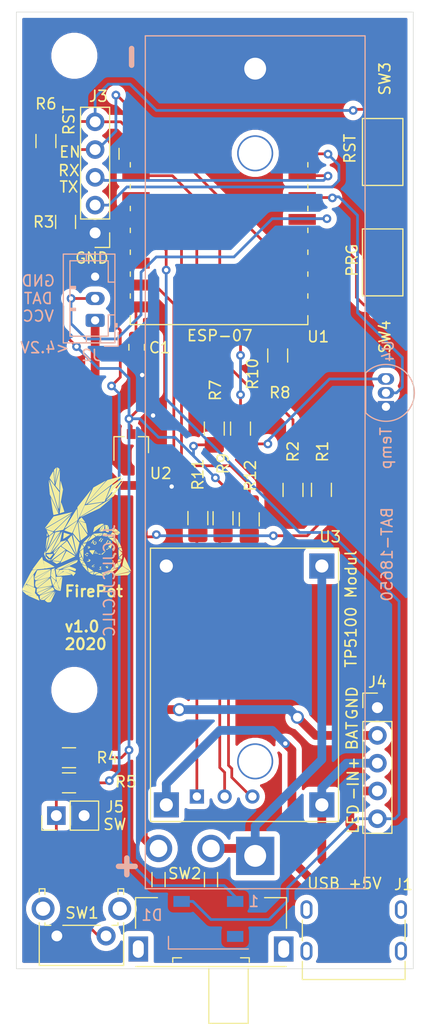
<source format=kicad_pcb>
(kicad_pcb (version 20171130) (host pcbnew "(5.1.4-0-10_14)")
  (layers (0 F.Cu signal) (31 B.Cu signal) (34 B.Paste user) (35 F.Paste user) (36 B.SilkS user) (37 F.SilkS user) (38 B.Mask user) (39 F.Mask user) (44 Edge.Cuts user))
  (net 0 "")
  (net 1 VBAT)
  (net 2 GNDREF)
  (net 3 +3V3)
  (net 4 "Net-(R1-Pad2)")
  (net 5 BTN)
  (net 6 CHRG)
  (net 7 STDBY)
  (net 8 PROG_RST)
  (net 9 PROG_EN)
  (net 10 PROG_RX)
  (net 11 PROG_TX)
  (net 12 "Net-(R7-Pad2)")
  (net 13 LED_DAT)
  (net 14 IN-)
  (net 15 IN+)
  (net 16 "Net-(J5-Pad1)")
  (net 17 "Net-(R8-Pad1)")
  (net 18 "Net-(R9-Pad2)")
  (net 19 "Net-(R10-Pad2)")
  (net 20 PIXEL)
  (net 21 "Net-(R11-Pad1)")
  (net 22 "Net-(R12-Pad1)")
  (net 23 /VBAT_IN)
  (net 24 TEMP)
  (module Docs:Logo_10x12.4 (layer F.Cu) (at 113.2 132.8)
    (fp_text reference G*** hide)
    (fp_text value LOGO hide)
  )
  (module Package_TO_SOT_SMD:SOT-23 (layer F.Cu) (at 118.2 124.6 90)
    (fp_text reference U2 (at -2.6 2.7 180) (layer F.SilkS))
    (fp_text value MCP1700 hide)
    (pad 3 smd rect (at 1 0 90) (size 0.9 0.8) (layers F.Cu F.Paste F.Mask) (net 3 +3V3))
    (pad 2 smd rect (at -1 0.95 90) (size 0.9 0.8) (layers F.Cu F.Paste F.Mask) (net 1 VBAT))
    (pad 1 smd rect (at -1 -0.95 90) (size 0.9 0.8) (layers F.Cu F.Paste F.Mask) (net 2 GNDREF))
  )
  (module Package_TO_SOT_THT:TO-92_Inline (layer B.Cu) (at 141.5 121.1 90)
    (fp_text reference U4 (at 5.1 0.2 270) (layer B.SilkS) (effects (justify mirror)))
    (fp_text value DS18B20 hide)
    (pad 1 thru_hole rect (at 0 0 90) (size 1.05 1.5) (drill 0.75) (layers *.Cu *.Mask) (net 2 GNDREF))
    (pad 3 thru_hole oval (at 2.54 0 90) (size 1.05 1.5) (drill 0.75) (layers *.Cu *.Mask) (net 3 +3V3))
    (pad 2 thru_hole oval (at 1.27 0 90) (size 1.05 1.5) (drill 0.75) (layers *.Cu *.Mask) (net 24 TEMP))
  )
  (module Battery:BatteryHolder_MPD_BH-18650-PC2 (layer B.Cu) (at 129.54 162.179 90)
    (fp_text reference BAT1 hide)
    (fp_text value 18650 hide)
    (pad "" thru_hole circle (at 64.255 0 90) (size 3.3 3.3) (drill 3) (layers *.Cu *.Mask))
    (pad "" thru_hole circle (at 8.645 0 90) (size 3.3 3.3) (drill 3) (layers *.Cu *.Mask))
    (pad 1 thru_hole rect (at 0 0 90) (size 3.5 3.5) (drill 2) (layers *.Cu *.Mask) (net 23 /VBAT_IN))
    (pad 2 thru_hole circle (at 72 0 90) (size 3.5 3.5) (drill 2) (layers *.Cu *.Mask) (net 2 GNDREF))
  )
  (module custom:SS-12D11G5R_2pin (layer F.Cu) (at 125.5 161.5 180)
    (fp_text reference SW2 (at 2.4 -2.3) (layer F.SilkS))
    (fp_text value SW_ONOFF hide)
    (pad "" thru_hole rect (at 6.65 -9.2 180) (size 1.8 2.3) (drill oval 1 1.6) (layers *.Cu *.Mask))
    (pad "" thru_hole rect (at -6.65 -9.2 180) (size 1.8 2.3) (drill oval 1 1.6) (layers *.Cu *.Mask))
    (pad 2 thru_hole circle (at 4.8 0 180) (size 2.5 2.5) (drill 1.6) (layers *.Cu *.Mask) (net 1 VBAT))
    (pad 1 thru_hole circle (at 0 0 180) (size 2.5 2.5) (drill 1.6) (layers *.Cu *.Mask) (net 23 /VBAT_IN))
  )
  (module Button_Switch_SMD:SW_SPST_CK_RS282G05A3 (layer F.Cu) (at 141.2 107.9 90)
    (fp_text reference SW4 (at -6.8 0.2 90) (layer F.SilkS))
    (fp_text value SW_PRG hide)
    (pad 2 smd rect (at 3.9 0 90) (size 1.5 1.5) (layers F.Cu F.Paste F.Mask) (net 2 GNDREF))
    (pad 1 smd rect (at -3.9 0 90) (size 1.5 1.5) (layers F.Cu F.Paste F.Mask) (net 9 PROG_EN))
  )
  (module Button_Switch_SMD:SW_SPST_CK_RS282G05A3 (layer F.Cu) (at 141.2 97.8 270)
    (fp_text reference SW3 (at -6.7 -0.2 90) (layer F.SilkS))
    (fp_text value SW_RST hide)
    (pad 2 smd rect (at 3.9 0 270) (size 1.5 1.5) (layers F.Cu F.Paste F.Mask) (net 2 GNDREF))
    (pad 1 smd rect (at -3.9 0 270) (size 1.5 1.5) (layers F.Cu F.Paste F.Mask) (net 8 PROG_RST))
  )
  (module Resistor_SMD:R_1206_3216Metric_Pad1.42x1.75mm_HandSolder (layer F.Cu) (at 112.5125 155.5)
    (fp_text reference R5 (at 5.1875 -0.1) (layer F.SilkS))
    (fp_text value 10k hide)
    (pad 2 smd roundrect (at 1.4875 0) (size 1.425 1.75) (layers F.Cu F.Paste F.Mask) (roundrect_rratio 0.175439) (net 5 BTN))
    (pad 1 smd roundrect (at -1.4875 0) (size 1.425 1.75) (layers F.Cu F.Paste F.Mask) (roundrect_rratio 0.175439) (net 16 "Net-(J5-Pad1)"))
  )
  (module Resistor_SMD:R_1206_3216Metric_Pad1.42x1.75mm_HandSolder (layer F.Cu) (at 112.5125 153.2)
    (fp_text reference R4 (at 3.4875 0) (layer F.SilkS))
    (fp_text value 10k hide)
    (pad 2 smd roundrect (at 1.4875 0) (size 1.425 1.75) (layers F.Cu F.Paste F.Mask) (roundrect_rratio 0.175439) (net 3 +3V3))
    (pad 1 smd roundrect (at -1.4875 0) (size 1.425 1.75) (layers F.Cu F.Paste F.Mask) (roundrect_rratio 0.175439) (net 16 "Net-(J5-Pad1)"))
  )
  (module Resistor_SMD:R_1206_3216Metric_Pad1.42x1.75mm_HandSolder (layer F.Cu) (at 129 131.4 90)
    (fp_text reference R12 (at 4 0.1 270) (layer F.SilkS))
    (fp_text value 10k hide)
    (pad 2 smd roundrect (at 1.4875 0 90) (size 1.425 1.75) (layers F.Cu F.Paste F.Mask) (roundrect_rratio 0.175439) (net 7 STDBY))
    (pad 1 smd roundrect (at -1.4875 0 90) (size 1.425 1.75) (layers F.Cu F.Paste F.Mask) (roundrect_rratio 0.175439) (net 22 "Net-(R12-Pad1)"))
  )
  (module Resistor_SMD:R_1206_3216Metric_Pad1.42x1.75mm_HandSolder (layer F.Cu) (at 124.3 131.2875 90)
    (fp_text reference R11 (at 3.9875 0 90) (layer F.SilkS))
    (fp_text value 10k hide)
    (pad 2 smd roundrect (at 1.4875 0 90) (size 1.425 1.75) (layers F.Cu F.Paste F.Mask) (roundrect_rratio 0.175439) (net 6 CHRG))
    (pad 1 smd roundrect (at -1.4875 0 90) (size 1.425 1.75) (layers F.Cu F.Paste F.Mask) (roundrect_rratio 0.175439) (net 21 "Net-(R11-Pad1)"))
  )
  (module ButtonFP:MountingHole_3.2mm_M3 (layer F.Cu) (at 113 89)
    (fp_text reference H2 hide)
    (fp_text value MountingHole hide)
    (pad 1 np_thru_hole circle (at 0 0) (size 3.2 3.2) (drill 3.2) (layers *.Cu *.Mask))
  )
  (module ButtonFP:MountingHole_3.2mm_M3 (layer F.Cu) (at 113 147)
    (fp_text reference H1 hide)
    (fp_text value MountingHole hide)
    (pad 1 np_thru_hole circle (at 0 0) (size 3.2 3.2) (drill 3.2) (layers *.Cu *.Mask))
  )
  (module Connector_JST:JST_PH_B3B-PH-K_1x03_P2.00mm_Vertical (layer B.Cu) (at 114.9 113.2 90)
    (fp_text reference J2 (at -3.2 -0.4 -180) (layer B.SilkS) (effects (justify mirror)))
    (fp_text value PIXEL hide)
    (pad 3 thru_hole oval (at 4 0 90) (size 1.2 1.75) (drill 0.75) (layers *.Cu *.Mask) (net 2 GNDREF))
    (pad 2 thru_hole oval (at 2 0 90) (size 1.2 1.75) (drill 0.75) (layers *.Cu *.Mask) (net 20 PIXEL))
    (pad 1 thru_hole roundrect (at 0 0 90) (size 1.2 1.75) (drill 0.75) (layers *.Cu *.Mask) (roundrect_rratio 0.208333) (net 1 VBAT))
  )
  (module Capacitor_SMD:C_0805_2012Metric (layer F.Cu) (at 118.7 115.6625 270)
    (fp_text reference C1 (at 0.0375 -2.1 180) (layer F.SilkS))
    (fp_text value C hide)
    (pad 2 smd roundrect (at 0.9375 0 270) (size 0.975 1.4) (layers F.Cu F.Paste F.Mask) (net 2 GNDREF))
    (pad 1 smd roundrect (at -0.9375 0 270) (size 0.975 1.4) (layers F.Cu F.Paste F.Mask) (net 3 +3V3))
  )
  (module Resistor_SMD:R_1206_3216Metric_Pad1.42x1.75mm_HandSolder (layer F.Cu) (at 128.2 123.1 90)
    (fp_text reference R10 (at 5 1.1 270) (layer F.SilkS))
    (fp_text value 10k hide)
    (pad 2 smd roundrect (at 1.4875 0 90) (size 1.425 1.75) (layers F.Cu F.Paste F.Mask) (roundrect_rratio 0.175439) (net 19 "Net-(R10-Pad2)"))
    (pad 1 smd roundrect (at -1.4875 0 90) (size 1.425 1.75) (layers F.Cu F.Paste F.Mask) (roundrect_rratio 0.175439) (net 3 +3V3))
  )
  (module Resistor_SMD:R_1206_3216Metric_Pad1.42x1.75mm_HandSolder (layer F.Cu) (at 126.6 131.3 270)
    (fp_text reference R9 (at -5 0 90) (layer F.SilkS))
    (fp_text value 10k hide)
    (pad 2 smd roundrect (at 1.4875 0 270) (size 1.425 1.75) (layers F.Cu F.Paste F.Mask) (roundrect_rratio 0.175439) (net 18 "Net-(R9-Pad2)"))
    (pad 1 smd roundrect (at -1.4875 0 270) (size 1.425 1.75) (layers F.Cu F.Paste F.Mask) (roundrect_rratio 0.175439) (net 3 +3V3))
  )
  (module Resistor_SMD:R_1206_3216Metric_Pad1.42x1.75mm_HandSolder (layer F.Cu) (at 131.6 116.4125 270)
    (fp_text reference R8 (at 3.4 -0.2 180) (layer F.SilkS))
    (fp_text value 10k hide)
    (pad 2 smd roundrect (at 1.4875 0 270) (size 1.425 1.75) (layers F.Cu F.Paste F.Mask) (roundrect_rratio 0.175439) (net 2 GNDREF))
    (pad 1 smd roundrect (at -1.4875 0 270) (size 1.425 1.75) (layers F.Cu F.Paste F.Mask) (roundrect_rratio 0.175439) (net 17 "Net-(R8-Pad1)"))
  )
  (module Connector_PinHeader_2.54mm:PinHeader_1x02_P2.54mm_Vertical (layer F.Cu) (at 111.352 158.498 90)
    (fp_text reference J5 (at 0.798 5.348 180) (layer F.SilkS))
    (fp_text value Ext2 hide)
    (pad 2 thru_hole oval (at 0 2.54 90) (size 1.7 1.7) (drill 1) (layers *.Cu *.Mask) (net 2 GNDREF))
    (pad 1 thru_hole rect (at 0 0 90) (size 1.7 1.7) (drill 1) (layers *.Cu *.Mask) (net 16 "Net-(J5-Pad1)"))
  )
  (module Connector_PinHeader_2.54mm:PinHeader_1x05_P2.54mm_Vertical (layer F.Cu) (at 140.716 148.622)
    (fp_text reference J4 (at 0 -2.33) (layer F.SilkS))
    (fp_text value Ext1 hide)
    (pad 5 thru_hole oval (at 0 10.16) (size 1.7 1.7) (drill 1) (layers *.Cu *.Mask) (net 13 LED_DAT))
    (pad 4 thru_hole oval (at 0 7.62) (size 1.7 1.7) (drill 1) (layers *.Cu *.Mask) (net 14 IN-))
    (pad 3 thru_hole oval (at 0 5.08) (size 1.7 1.7) (drill 1) (layers *.Cu *.Mask) (net 15 IN+))
    (pad 2 thru_hole oval (at 0 2.54) (size 1.7 1.7) (drill 1) (layers *.Cu *.Mask) (net 1 VBAT))
    (pad 1 thru_hole rect (at 0 0) (size 1.7 1.7) (drill 1) (layers *.Cu *.Mask) (net 2 GNDREF))
  )
  (module Charging-modules:TP5100 (layer F.Cu) (at 137.16 159.036 180)
    (fp_text reference U3 (at 0.76 26.036) (layer F.SilkS))
    (fp_text value TP5100)
    (pad 4 thru_hole rect (at 15.748 23.368 180) (size 2.3 2.3) (drill 1.2) (layers *.Cu *.Mask) (net 2 GNDREF))
    (pad 3 thru_hole rect (at 1.524 23.368 180) (size 2.3 2.3) (drill 1.2) (layers *.Cu *.Mask) (net 23 /VBAT_IN))
    (pad 2 thru_hole rect (at 15.748 1.524 180) (size 2.3 2.3) (drill 1.2) (layers *.Cu *.Mask) (net 14 IN-))
    (pad 7 thru_hole circle (at 10.414 2.286 270) (size 1.3 1.3) (drill 0.762) (layers *.Cu *.Mask) (net 18 "Net-(R9-Pad2)"))
    (pad 6 thru_hole rect (at 12.954 2.286 180) (size 1.3 1.3) (drill 0.762) (layers *.Cu *.Mask) (net 21 "Net-(R11-Pad1)"))
    (pad 5 thru_hole circle (at 7.874 2.286 180) (size 1.3 1.3) (drill 0.762) (layers *.Cu *.Mask) (net 22 "Net-(R12-Pad1)"))
    (pad 1 thru_hole rect (at 1.524 1.524 180) (size 2.3 2.3) (drill 1.2) (layers *.Cu *.Mask) (net 15 IN+))
  )
  (module RF_Module:ESP-07 (layer F.Cu) (at 126.238 102.87)
    (fp_text reference U1 (at 9.062 11.83) (layer F.SilkS))
    (fp_text value ESP-07 hide)
    (pad 1 smd rect (at -7.6 -4.9) (size 2.5 1) (layers F.Cu F.Paste F.Mask) (net 8 PROG_RST))
    (pad 2 smd rect (at -7.6 -2.9) (size 2.5 1) (layers F.Cu F.Paste F.Mask) (net 4 "Net-(R1-Pad2)"))
    (pad 3 smd rect (at -7.6 -0.9) (size 2.5 1) (layers F.Cu F.Paste F.Mask) (net 12 "Net-(R7-Pad2)"))
    (pad 4 smd rect (at -7.6 1.1) (size 2.5 1) (layers F.Cu F.Paste F.Mask) (net 7 STDBY))
    (pad 5 smd rect (at -7.6 3.1) (size 2.5 1) (layers F.Cu F.Paste F.Mask) (net 13 LED_DAT))
    (pad 6 smd rect (at -7.6 5.1) (size 2.5 1) (layers F.Cu F.Paste F.Mask) (net 5 BTN))
    (pad 7 smd rect (at -7.6 7.1) (size 2.5 1) (layers F.Cu F.Paste F.Mask) (net 6 CHRG))
    (pad 8 smd rect (at -7.6 9.1) (size 2.5 1) (layers F.Cu F.Paste F.Mask) (net 3 +3V3))
    (pad 9 smd rect (at 7.6 9.1) (size 2.5 1) (layers F.Cu F.Paste F.Mask) (net 2 GNDREF))
    (pad 10 smd rect (at 7.6 7.1) (size 2.5 1) (layers F.Cu F.Paste F.Mask) (net 17 "Net-(R8-Pad1)"))
    (pad 11 smd rect (at 7.6 5.1) (size 2.5 1) (layers F.Cu F.Paste F.Mask) (net 19 "Net-(R10-Pad2)"))
    (pad 12 smd rect (at 7.6 3.1) (size 2.5 1) (layers F.Cu F.Paste F.Mask) (net 9 PROG_EN))
    (pad 13 smd rect (at 7.6 1.1) (size 2.5 1) (layers F.Cu F.Paste F.Mask) (net 20 PIXEL))
    (pad 14 smd rect (at 7.6 -0.9) (size 2.5 1) (layers F.Cu F.Paste F.Mask) (net 24 TEMP))
    (pad 15 smd rect (at 7.6 -2.9) (size 2.5 1) (layers F.Cu F.Paste F.Mask) (net 10 PROG_RX))
    (pad 16 smd rect (at 7.6 -4.9) (size 2.5 1) (layers F.Cu F.Paste F.Mask) (net 11 PROG_TX))
  )
  (module Resistor_SMD:R_1206_3216Metric_Pad1.42x1.75mm_HandSolder (layer F.Cu) (at 125.8 123.1 90)
    (fp_text reference R7 (at 3.5 0.1 270) (layer F.SilkS))
    (fp_text value 10k hide)
    (pad 2 smd roundrect (at 1.4875 0 90) (size 1.425 1.75) (layers F.Cu F.Paste F.Mask) (roundrect_rratio 0.175439) (net 12 "Net-(R7-Pad2)"))
    (pad 1 smd roundrect (at -1.4875 0 90) (size 1.425 1.75) (layers F.Cu F.Paste F.Mask) (roundrect_rratio 0.175439) (net 3 +3V3))
  )
  (module Resistor_SMD:R_1206_3216Metric_Pad1.42x1.75mm_HandSolder (layer F.Cu) (at 110.4 96.8 90)
    (fp_text reference R6 (at 3.4 0 180) (layer F.SilkS))
    (fp_text value 10k hide)
    (pad 2 smd roundrect (at 1.4875 0 90) (size 1.425 1.75) (layers F.Cu F.Paste F.Mask) (roundrect_rratio 0.175439) (net 8 PROG_RST))
    (pad 1 smd roundrect (at -1.4875 0 90) (size 1.425 1.75) (layers F.Cu F.Paste F.Mask) (roundrect_rratio 0.175439) (net 3 +3V3))
  )
  (module Connector_PinHeader_2.54mm:PinHeader_1x05_P2.54mm_Vertical (layer F.Cu) (at 114.9 105.2 180)
    (fp_text reference J3 (at -0.3 12.5) (layer F.SilkS))
    (fp_text value Programming hide)
    (pad 5 thru_hole oval (at 0 10.16 180) (size 1.7 1.7) (drill 1) (layers *.Cu *.Mask) (net 8 PROG_RST))
    (pad 4 thru_hole oval (at 0 7.62 180) (size 1.7 1.7) (drill 1) (layers *.Cu *.Mask) (net 9 PROG_EN))
    (pad 3 thru_hole oval (at 0 5.08 180) (size 1.7 1.7) (drill 1) (layers *.Cu *.Mask) (net 10 PROG_RX))
    (pad 2 thru_hole oval (at 0 2.54 180) (size 1.7 1.7) (drill 1) (layers *.Cu *.Mask) (net 11 PROG_TX))
    (pad 1 thru_hole rect (at 0 0 180) (size 1.7 1.7) (drill 1) (layers *.Cu *.Mask) (net 2 GNDREF))
  )
  (module custom:USB_PD_6pin (layer F.Cu) (at 138.552 173.488)
    (fp_text reference J1 (at 4.548 -8.688) (layer F.SilkS))
    (fp_text value USB_PD_6pin hide)
    (pad S1 thru_hole oval (at 4.32 -6.4) (size 1.1 1.7) (drill oval 0.6 1.2) (layers *.Cu *.Mask))
    (pad S1 thru_hole oval (at 4.32 -2.6) (size 1.1 1.7) (drill oval 0.6 1.2) (layers *.Cu *.Mask))
    (pad S1 thru_hole oval (at -4.32 -2.6) (size 1.1 1.7) (drill oval 0.6 1.2) (layers *.Cu *.Mask))
    (pad S1 thru_hole oval (at -4.32 -6.4) (size 1.1 1.7) (drill oval 0.6 1.2) (layers *.Cu *.Mask))
    (pad 1 smd rect (at -2.75 -6.65) (size 0.8 1.2) (layers F.Cu F.Paste F.Mask) (net 14 IN-))
    (pad 1 smd rect (at 2.75 -6.65) (size 0.8 1.2) (layers F.Cu F.Paste F.Mask) (net 14 IN-))
    (pad 2 smd rect (at -1.52 -6.65) (size 0.76 1.2) (layers F.Cu F.Paste F.Mask) (net 15 IN+))
    (pad 2 smd rect (at 1.52 -6.65) (size 0.8 1.2) (layers F.Cu F.Paste F.Mask) (net 15 IN+))
    (pad 3 smd rect (at -0.5 -6.65) (size 0.7 1.2) (layers F.Cu F.Paste F.Mask))
    (pad 4 smd rect (at 0.5 -6.65) (size 0.7 1.2) (layers F.Cu F.Paste F.Mask))
  )
  (module Button_Switch_THT:SW_Tactile_SPST_Angled_PTS645Vx58-2LFS (layer F.Cu) (at 115.9 169.5 180)
    (fp_text reference SW1 (at 2.2 2.1) (layer F.SilkS))
    (fp_text value SW_Push hide)
    (pad "" thru_hole circle (at 5.76 2.49 180) (size 2.1 2.1) (drill 1.3) (layers *.Cu *.Mask))
    (pad 2 thru_hole circle (at 4.5 0 180) (size 1.75 1.75) (drill 0.99) (layers *.Cu *.Mask) (net 2 GNDREF))
    (pad 1 thru_hole circle (at 0 0 180) (size 1.75 1.75) (drill 0.99) (layers *.Cu *.Mask) (net 16 "Net-(J5-Pad1)"))
    (pad "" thru_hole circle (at -1.25 2.49 180) (size 2.1 2.1) (drill 1.3) (layers *.Cu *.Mask))
  )
  (module Resistor_SMD:R_1206_3216Metric_Pad1.42x1.75mm_HandSolder (layer F.Cu) (at 112.2 104.2 90)
    (fp_text reference R3 (at 0 -2 180) (layer F.SilkS))
    (fp_text value 10k hide)
    (pad 1 smd roundrect (at -1.4875 0 90) (size 1.425 1.75) (layers F.Cu F.Paste F.Mask) (roundrect_rratio 0.175) (net 3 +3V3))
    (pad 2 smd roundrect (at 1.4875 0 90) (size 1.425 1.75) (layers F.Cu F.Paste F.Mask) (roundrect_rratio 0.175439) (net 9 PROG_EN))
  )
  (module Resistor_SMD:R_1206_3216Metric_Pad1.42x1.75mm_HandSolder (layer F.Cu) (at 135.6 128.7 90)
    (fp_text reference R1 (at 3.5 0.1 270) (layer F.SilkS))
    (fp_text value 220k hide)
    (pad 1 smd roundrect (at -1.4875 0 90) (size 1.425 1.75) (layers F.Cu F.Paste F.Mask) (roundrect_rratio 0.175439) (net 1 VBAT))
    (pad 2 smd roundrect (at 1.4875 0 90) (size 1.425 1.75) (layers F.Cu F.Paste F.Mask) (roundrect_rratio 0.175439) (net 4 "Net-(R1-Pad2)"))
  )
  (module Resistor_SMD:R_1206_3216Metric_Pad1.42x1.75mm_HandSolder (layer F.Cu) (at 133 128.709999 270)
    (fp_text reference R2 (at -3.509999 0 270) (layer F.SilkS))
    (fp_text value 60.4k hide)
    (pad 2 smd roundrect (at 1.4875 0 270) (size 1.425 1.75) (layers F.Cu F.Paste F.Mask) (roundrect_rratio 0.175439) (net 2 GNDREF))
    (pad 1 smd roundrect (at -1.4875 0 270) (size 1.425 1.75) (layers F.Cu F.Paste F.Mask) (roundrect_rratio 0.175439) (net 4 "Net-(R1-Pad2)"))
  )
  (module LED_SMD:LED_WS2812B_PLCC4_5.0x5.0mm_P3.2mm (layer B.Cu) (at 125.259 167.945 180)
    (fp_text reference D1 (at 5.159 0.345 180) (layer B.SilkS) (effects (justify mirror)))
    (fp_text value WS2812B)
    (fp_text user 1 (at -4.15 1.6) (layer B.SilkS) (effects (justify mirror)))
    (pad 3 smd rect (at 2.45 -1.6 180) (size 1.5 1) (layers B.Cu B.Paste B.Mask) (net 2 GNDREF))
    (pad 4 smd rect (at 2.45 1.6 180) (size 1.5 1) (layers B.Cu B.Paste B.Mask) (net 13 LED_DAT))
    (pad 2 smd rect (at -2.45 -1.6 180) (size 1.5 1) (layers B.Cu B.Paste B.Mask))
    (pad 1 smd rect (at -2.45 1.6 180) (size 1.5 1) (layers B.Cu B.Paste B.Mask) (net 3 +3V3))
  )
  (gr_text ESP-07 (at 126.3 114.6) (layer F.SilkS) (effects (font (size 1 1))))
  (gr_text "TP5100 Modul\n" (at 138.3 139.6 90) (layer F.SilkS) (effects (font (size 1 1))))
  (gr_text <4.2V (at 110.3 115.7) (layer B.SilkS) (effects (font (size 1 1)) (justify mirror)))
  (gr_text - (at 118.1 89.1 90) (layer B.SilkS) (effects (font (size 2 2) (thickness 0.5)) (justify mirror)))
  (gr_text + (at 117.8 163) (layer B.SilkS) (effects (font (size 2 2) (thickness 0.5)) (justify mirror)))
  (gr_text BAT-18650 (at 141.6 134.6 90) (layer B.SilkS) (effects (font (size 1 1)) (justify mirror)))
  (gr_text "GND\nDAT\nVCC" (at 109.7 111.2) (layer B.SilkS) (effects (font (size 1 1)) (justify mirror)))
  (gr_text "FirePot\n\nv1.0\n2020" (at 112 140.4) (layer F.SilkS) (effects (font (size 1 1) (thickness 0.2)) (justify left)))
  (gr_text JLCJLCJLCJLC (at 116.2 137 90) (layer B.SilkS) (effects (font (size 1 1)) (justify mirror)))
  (gr_text Temp (at 141.5 124.9 90) (layer B.SilkS) (effects (font (size 1 1)) (justify mirror)))
  (gr_text GND (at 138.4 148.2 90) (layer F.SilkS) (effects (font (size 1 1))))
  (gr_text BAT (at 138.4 151.2 90) (layer F.SilkS) (effects (font (size 1 1))))
  (gr_text LED (at 138.5 158.8 90) (layer F.SilkS) (effects (font (size 1 1))))
  (gr_text -IN+ (at 138.5 155.1 90) (layer F.SilkS) (effects (font (size 1 1))))
  (gr_text SW (at 116.7 159.3) (layer F.SilkS) (effects (font (size 1 1))))
  (gr_text GND (at 114.6 107.5) (layer F.SilkS) (effects (font (size 1 1))))
  (gr_text RST (at 112.5 94.9 90) (layer F.SilkS) (effects (font (size 1 1))))
  (gr_text EN (at 112.6 97.8) (layer F.SilkS) (effects (font (size 1 1))))
  (gr_text TX (at 112.5 101) (layer F.SilkS) (effects (font (size 1 1))))
  (gr_text RX (at 112.5 99.5) (layer F.SilkS) (effects (font (size 1 1))))
  (gr_text RST (at 138.2 97.5 90) (layer F.SilkS) (effects (font (size 1 1))))
  (gr_text PRG (at 138.4 107.7 90) (layer F.SilkS) (effects (font (size 1 1))))
  (gr_text "USB +5V\n" (at 137.7 164.7) (layer F.SilkS) (effects (font (size 1 1))))
  (gr_line (start 107.7 172.5) (end 107.7 85) (layer Edge.Cuts) (width 0.05))
  (gr_line (start 144 85) (end 107.7 85) (layer Edge.Cuts) (width 0.05))
  (gr_line (start 144 172.5) (end 144 85) (layer Edge.Cuts) (width 0.05))
  (gr_line (start 107.7 172.5) (end 144 172.5) (layer Edge.Cuts) (width 0.05))
  (segment (start 135.6 130.1875) (end 135.6 131.6) (width 0.25) (layer F.Cu) (net 1))
  (via (at 131.2 132.9) (size 0.8) (drill 0.4) (layers F.Cu B.Cu) (net 1))
  (segment (start 134.3 132.9) (end 131.2 132.9) (width 0.25) (layer F.Cu) (net 1))
  (segment (start 135.6 131.6) (end 134.3 132.9) (width 0.25) (layer F.Cu) (net 1))
  (via (at 120.5 132.8) (size 0.8) (drill 0.4) (layers F.Cu B.Cu) (net 1))
  (segment (start 120.6 132.9) (end 120.5 132.8) (width 0.25) (layer B.Cu) (net 1))
  (segment (start 131.2 132.9) (end 120.6 132.9) (width 0.25) (layer B.Cu) (net 1))
  (segment (start 120.3 133) (end 119.3 133) (width 0.25) (layer F.Cu) (net 1))
  (segment (start 120.5 132.8) (end 120.3 133) (width 0.25) (layer F.Cu) (net 1))
  (segment (start 119.3 148.2) (end 119.3 148.3) (width 0.8) (layer F.Cu) (net 1))
  (segment (start 119.3 148.2) (end 119.3 133) (width 0.8) (layer F.Cu) (net 1))
  (segment (start 119.3 149.7) (end 119.3 149.3) (width 0.8) (layer F.Cu) (net 1))
  (segment (start 119.3 149.7) (end 119.3 148.2) (width 0.8) (layer F.Cu) (net 1))
  (via (at 122.6 148.8) (size 1.2) (drill 0.8) (layers F.Cu B.Cu) (net 1))
  (segment (start 119.8 148.8) (end 122.6 148.8) (width 0.8) (layer F.Cu) (net 1))
  (segment (start 119.3 149.3) (end 119.8 148.8) (width 0.8) (layer F.Cu) (net 1))
  (via (at 133.4 149.5) (size 1.2) (drill 0.8) (layers F.Cu B.Cu) (net 1))
  (segment (start 135.062 151.162) (end 140.716 151.162) (width 0.8) (layer F.Cu) (net 1))
  (segment (start 133.4 149.5) (end 135.062 151.162) (width 0.8) (layer F.Cu) (net 1))
  (segment (start 119.3 160.5) (end 120.3 161.5) (width 0.8) (layer F.Cu) (net 1))
  (segment (start 119.3 149.7) (end 119.3 160.5) (width 0.8) (layer F.Cu) (net 1))
  (segment (start 132.7 148.8) (end 133.4 149.5) (width 0.8) (layer B.Cu) (net 1))
  (segment (start 122.6 148.8) (end 132.7 148.8) (width 0.8) (layer B.Cu) (net 1))
  (segment (start 117.1 128.3) (end 114.9 126.1) (width 0.8) (layer F.Cu) (net 1))
  (segment (start 118.9 128.3) (end 117.1 128.3) (width 0.8) (layer F.Cu) (net 1))
  (segment (start 119.3 128.7) (end 118.9 128.3) (width 0.8) (layer F.Cu) (net 1))
  (segment (start 114.9 126.1) (end 114.9 113.2) (width 0.8) (layer F.Cu) (net 1))
  (segment (start 119.3 133) (end 119.3 128.7) (width 0.8) (layer F.Cu) (net 1))
  (segment (start 119.15 128.05) (end 118.9 128.3) (width 0.25) (layer F.Cu) (net 1))
  (segment (start 119.15 125.6) (end 119.15 128.05) (width 0.25) (layer F.Cu) (net 1))
  (via (at 119.2 118.2) (size 0.8) (drill 0.4) (layers F.Cu B.Cu) (net 2))
  (via (at 120.2 121.9) (size 0.8) (drill 0.4) (layers F.Cu B.Cu) (net 2))
  (via (at 121.9 128.4) (size 0.8) (drill 0.4) (layers F.Cu B.Cu) (net 2))
  (segment (start 118.638 114.3005) (end 118.7 114.3625) (width 0.25) (layer F.Cu) (net 3))
  (segment (start 118.638 111.97) (end 118.638 114.3005) (width 0.25) (layer F.Cu) (net 3))
  (via (at 118 152.5) (size 0.8) (drill 0.4) (layers F.Cu B.Cu) (net 3))
  (segment (start 117.3 153.2) (end 118 152.5) (width 0.25) (layer F.Cu) (net 3))
  (segment (start 114 153.2) (end 117.3 153.2) (width 0.25) (layer F.Cu) (net 3))
  (via (at 118 122.2) (size 0.8) (drill 0.4) (layers F.Cu B.Cu) (net 3))
  (segment (start 118 152.5) (end 118 120.2) (width 0.25) (layer B.Cu) (net 3))
  (segment (start 120.5 119.7) (end 118 122.2) (width 0.25) (layer F.Cu) (net 3))
  (segment (start 120.5 114.7) (end 120.5 119.7) (width 0.25) (layer F.Cu) (net 3))
  (segment (start 120.1625 114.3625) (end 120.5 114.7) (width 0.25) (layer F.Cu) (net 3))
  (segment (start 118.7 114.3625) (end 120.1625 114.3625) (width 0.25) (layer F.Cu) (net 3))
  (segment (start 126.6 128.3) (end 125.9 127.6) (width 0.25) (layer F.Cu) (net 3))
  (via (at 125.9 127.6) (size 0.8) (drill 0.4) (layers F.Cu B.Cu) (net 3))
  (segment (start 126.6 129.8125) (end 126.6 128.3) (width 0.25) (layer F.Cu) (net 3))
  (via (at 113.2 115.6) (size 0.8) (drill 0.4) (layers F.Cu B.Cu) (net 3))
  (segment (start 111.5 113.9) (end 113.2 115.6) (width 0.25) (layer F.Cu) (net 3))
  (segment (start 111.5 108) (end 111.5 113.9) (width 0.25) (layer F.Cu) (net 3))
  (segment (start 113.2 115.6) (end 115.2 117.6) (width 0.25) (layer B.Cu) (net 3))
  (segment (start 115.2 117.6) (end 117.1 117.6) (width 0.25) (layer B.Cu) (net 3))
  (segment (start 118 118.5) (end 118 122.2) (width 0.25) (layer B.Cu) (net 3))
  (segment (start 117.1 117.6) (end 118 118.5) (width 0.25) (layer B.Cu) (net 3))
  (segment (start 110.4 98.2875) (end 110.4 103.1) (width 0.25) (layer F.Cu) (net 3))
  (segment (start 110.4 106.9) (end 111.5 108) (width 0.25) (layer F.Cu) (net 3))
  (segment (start 112.3 105.5875) (end 110.5875 105.5875) (width 0.25) (layer F.Cu) (net 3))
  (segment (start 110.4 105.4) (end 110.4 106.9) (width 0.25) (layer F.Cu) (net 3))
  (segment (start 110.5875 105.5875) (end 110.4 105.4) (width 0.25) (layer F.Cu) (net 3))
  (segment (start 110.4 103.1) (end 110.4 105.4) (width 0.25) (layer F.Cu) (net 3))
  (segment (start 125.8 124.5875) (end 128.2 124.5875) (width 0.25) (layer F.Cu) (net 3))
  (segment (start 122.2 123.9) (end 123.7 125.4) (width 0.25) (layer B.Cu) (net 3))
  (segment (start 118 122.2) (end 119 122.2) (width 0.25) (layer B.Cu) (net 3))
  (segment (start 120.7 123.9) (end 122.2 123.9) (width 0.25) (layer B.Cu) (net 3))
  (segment (start 123.7 125.4) (end 123.6 125.3) (width 0.25) (layer B.Cu) (net 3))
  (segment (start 119 122.2) (end 120.7 123.9) (width 0.25) (layer B.Cu) (net 3))
  (via (at 123.9 124.7) (size 0.8) (drill 0.4) (layers F.Cu B.Cu) (net 3))
  (segment (start 124.0125 124.5875) (end 123.9 124.7) (width 0.25) (layer F.Cu) (net 3))
  (segment (start 125.8 124.5875) (end 124.0125 124.5875) (width 0.25) (layer F.Cu) (net 3))
  (segment (start 123.9 124.7) (end 123.9 125.6) (width 0.25) (layer B.Cu) (net 3))
  (segment (start 124 125.7) (end 123.7 125.4) (width 0.25) (layer B.Cu) (net 3))
  (segment (start 123.9 125.6) (end 124 125.7) (width 0.25) (layer B.Cu) (net 3))
  (segment (start 125.9 127.6) (end 124 125.7) (width 0.25) (layer B.Cu) (net 3))
  (segment (start 126.7 164.9) (end 127.709 165.909) (width 0.25) (layer B.Cu) (net 3))
  (segment (start 120.2 164.9) (end 126.7 164.9) (width 0.25) (layer B.Cu) (net 3))
  (segment (start 118 162.7) (end 120.2 164.9) (width 0.25) (layer B.Cu) (net 3))
  (segment (start 127.709 165.909) (end 127.709 166.345) (width 0.25) (layer B.Cu) (net 3))
  (segment (start 118 152.5) (end 118 162.7) (width 0.25) (layer B.Cu) (net 3))
  (via (at 130.7 124.5) (size 0.8) (drill 0.4) (layers F.Cu B.Cu) (net 3))
  (segment (start 128.2875 124.5) (end 128.2 124.5875) (width 0.25) (layer F.Cu) (net 3))
  (segment (start 130.7 124.5) (end 128.2875 124.5) (width 0.25) (layer F.Cu) (net 3))
  (segment (start 136.34 118.56) (end 141.5 118.56) (width 0.25) (layer B.Cu) (net 3))
  (segment (start 130.7 124.2) (end 136.34 118.56) (width 0.25) (layer B.Cu) (net 3))
  (segment (start 130.7 124.5) (end 130.7 124.2) (width 0.25) (layer B.Cu) (net 3))
  (segment (start 118 123.4) (end 118.2 123.6) (width 0.25) (layer F.Cu) (net 3))
  (segment (start 118 122.2) (end 118 122.7) (width 0.25) (layer F.Cu) (net 3))
  (segment (start 118.2 122.9) (end 118.2 123.6) (width 0.25) (layer F.Cu) (net 3))
  (segment (start 118 122.7) (end 118.2 122.9) (width 0.25) (layer F.Cu) (net 3))
  (segment (start 118.638 99.97) (end 121.97 99.97) (width 0.25) (layer F.Cu) (net 4))
  (segment (start 121.97 99.97) (end 126.3 104.3) (width 0.25) (layer F.Cu) (net 4))
  (segment (start 126.3 104.3) (end 126.3 116.6) (width 0.25) (layer F.Cu) (net 4))
  (segment (start 126.3 116.6) (end 129.3 119.6) (width 0.25) (layer F.Cu) (net 4))
  (segment (start 129.3 119.6) (end 130.3 119.6) (width 0.25) (layer F.Cu) (net 4))
  (segment (start 130.3 119.6) (end 133 122.3) (width 0.25) (layer F.Cu) (net 4))
  (segment (start 133.009999 127.2125) (end 133 127.222499) (width 0.25) (layer F.Cu) (net 4))
  (segment (start 135.6 127.2125) (end 133.009999 127.2125) (width 0.25) (layer F.Cu) (net 4))
  (segment (start 133 122.3) (end 133 127.222499) (width 0.25) (layer F.Cu) (net 4))
  (segment (start 118.638 107.97) (end 119.87 107.97) (width 0.25) (layer F.Cu) (net 5))
  (segment (start 118.638 107.97) (end 116.83 107.97) (width 0.25) (layer F.Cu) (net 5))
  (segment (start 116.83 107.97) (end 116.5 108.3) (width 0.25) (layer F.Cu) (net 5))
  (segment (start 116.5 108.3) (end 116.5 113.4) (width 0.25) (layer F.Cu) (net 5))
  (segment (start 116.5 113.4) (end 117.2 114.1) (width 0.25) (layer F.Cu) (net 5))
  (segment (start 117.2 114.1) (end 117.2 117.5) (width 0.25) (layer F.Cu) (net 5))
  (via (at 116.4 119.2) (size 0.8) (drill 0.4) (layers F.Cu B.Cu) (net 5))
  (segment (start 117.2 118.4) (end 116.4 119.2) (width 0.25) (layer F.Cu) (net 5))
  (segment (start 117.2 117.5) (end 117.2 118.4) (width 0.25) (layer F.Cu) (net 5))
  (segment (start 116.4 119.2) (end 117.1 119.9) (width 0.25) (layer B.Cu) (net 5))
  (via (at 116.2 155.3) (size 0.8) (drill 0.4) (layers F.Cu B.Cu) (net 5))
  (segment (start 117.1 154.4) (end 116.2 155.3) (width 0.25) (layer B.Cu) (net 5))
  (segment (start 116 155.5) (end 114 155.5) (width 0.25) (layer F.Cu) (net 5))
  (segment (start 116.2 155.3) (end 116 155.5) (width 0.25) (layer F.Cu) (net 5))
  (segment (start 117.1 119.9) (end 117.1 154.4) (width 0.25) (layer B.Cu) (net 5))
  (segment (start 118.638 109.97) (end 120.37 109.97) (width 0.25) (layer F.Cu) (net 6))
  (segment (start 120.37 109.97) (end 122.1 111.7) (width 0.25) (layer F.Cu) (net 6))
  (segment (start 124.3 128.3) (end 124.3 129.8) (width 0.25) (layer F.Cu) (net 6))
  (segment (start 122.1 126.1) (end 124.3 128.3) (width 0.25) (layer F.Cu) (net 6))
  (segment (start 122.1 111.7) (end 122.1 126.1) (width 0.25) (layer F.Cu) (net 6))
  (segment (start 121.27 103.97) (end 118.638 103.97) (width 0.25) (layer F.Cu) (net 7))
  (segment (start 127.3 126.5) (end 123.3 126.5) (width 0.25) (layer F.Cu) (net 7))
  (segment (start 122.8 105.5) (end 121.27 103.97) (width 0.25) (layer F.Cu) (net 7))
  (segment (start 123.3 126.5) (end 122.8 126) (width 0.25) (layer F.Cu) (net 7))
  (segment (start 129 128.2) (end 127.3 126.5) (width 0.25) (layer F.Cu) (net 7))
  (segment (start 122.8 126) (end 122.8 105.5) (width 0.25) (layer F.Cu) (net 7))
  (segment (start 129 129.9125) (end 129 128.2) (width 0.25) (layer F.Cu) (net 7))
  (segment (start 118.638 97.97) (end 118.638 96.438) (width 0.25) (layer F.Cu) (net 8))
  (segment (start 117.24 95.04) (end 114.9 95.04) (width 0.25) (layer F.Cu) (net 8))
  (segment (start 114.8725 95.0125) (end 114.9 95.04) (width 0.25) (layer F.Cu) (net 8))
  (segment (start 111 95.0125) (end 114.8725 95.0125) (width 0.25) (layer F.Cu) (net 8))
  (via (at 138.5 94) (size 0.8) (drill 0.4) (layers F.Cu B.Cu) (net 8))
  (segment (start 138.6 93.9) (end 138.5 94) (width 0.25) (layer F.Cu) (net 8))
  (segment (start 141.2 93.9) (end 138.6 93.9) (width 0.25) (layer F.Cu) (net 8))
  (segment (start 138.5 94) (end 138.3 94.2) (width 0.25) (layer B.Cu) (net 8))
  (segment (start 118.638 96.438) (end 117.24 95.04) (width 0.25) (layer F.Cu) (net 8))
  (segment (start 138.5 94) (end 120.5 94) (width 0.25) (layer B.Cu) (net 8))
  (segment (start 120.5 94) (end 118.1 91.6) (width 0.25) (layer B.Cu) (net 8))
  (segment (start 118.1 91.6) (end 116.1 91.6) (width 0.25) (layer B.Cu) (net 8))
  (segment (start 116.1 91.6) (end 114.9 92.8) (width 0.25) (layer B.Cu) (net 8))
  (segment (start 114.9 92.8) (end 114.9 95.04) (width 0.25) (layer B.Cu) (net 8))
  (segment (start 114.9 97.58) (end 115.12 97.58) (width 0.25) (layer B.Cu) (net 9))
  (segment (start 115.12 97.58) (end 116.8 95.9) (width 0.25) (layer B.Cu) (net 9))
  (segment (start 112.3 102.6125) (end 112.3 100.5) (width 0.25) (layer F.Cu) (net 9))
  (segment (start 113.42 97.58) (end 114.9 97.58) (width 0.25) (layer F.Cu) (net 9))
  (segment (start 112.3 98.7) (end 113.42 97.58) (width 0.25) (layer F.Cu) (net 9))
  (segment (start 133.838 105.97) (end 130.27 105.97) (width 0.25) (layer F.Cu) (net 9))
  (segment (start 116.9 92.6) (end 116.8 92.6) (width 0.25) (layer F.Cu) (net 9))
  (via (at 116.8 92.6) (size 0.8) (drill 0.4) (layers F.Cu B.Cu) (net 9))
  (segment (start 116.8 92.6) (end 116.8 92.3) (width 0.25) (layer B.Cu) (net 9))
  (segment (start 130.27 105.97) (end 116.9 92.6) (width 0.25) (layer F.Cu) (net 9))
  (segment (start 116.8 95.9) (end 116.8 92.6) (width 0.25) (layer B.Cu) (net 9))
  (segment (start 133.838 105.97) (end 137.07 105.97) (width 0.25) (layer F.Cu) (net 9))
  (segment (start 137.07 105.97) (end 138.8 107.7) (width 0.25) (layer F.Cu) (net 9))
  (segment (start 138.8 107.7) (end 138.8 111.1) (width 0.25) (layer F.Cu) (net 9))
  (segment (start 139.5 111.8) (end 141.2 111.8) (width 0.25) (layer F.Cu) (net 9))
  (segment (start 138.8 111.1) (end 139.5 111.8) (width 0.25) (layer F.Cu) (net 9))
  (segment (start 112.3 98.7) (end 112.3 100.5) (width 0.25) (layer F.Cu) (net 9))
  (segment (start 114.9 100.12) (end 115.48 100.12) (width 0.25) (layer B.Cu) (net 10))
  (segment (start 115.48 100.12) (end 115.76 100.4) (width 0.25) (layer B.Cu) (net 10))
  (via (at 136.2 100) (size 0.8) (drill 0.4) (layers F.Cu B.Cu) (net 10))
  (segment (start 135.8 100.4) (end 136.2 100) (width 0.25) (layer B.Cu) (net 10))
  (segment (start 115.76 100.4) (end 135.8 100.4) (width 0.25) (layer B.Cu) (net 10))
  (segment (start 136.17 99.97) (end 133.838 99.97) (width 0.25) (layer F.Cu) (net 10))
  (segment (start 136.2 100) (end 136.17 99.97) (width 0.25) (layer F.Cu) (net 10))
  (segment (start 114.9 102.66) (end 116.14 102.66) (width 0.25) (layer B.Cu) (net 11))
  (segment (start 116.14 102.66) (end 117.8 101) (width 0.25) (layer B.Cu) (net 11))
  (segment (start 117.8 101) (end 136.6 101) (width 0.25) (layer B.Cu) (net 11))
  (segment (start 136.6 101) (end 137.2 100.4) (width 0.25) (layer B.Cu) (net 11))
  (via (at 136.2 98) (size 0.8) (drill 0.4) (layers F.Cu B.Cu) (net 11))
  (segment (start 137.2 99) (end 136.2 98) (width 0.25) (layer B.Cu) (net 11))
  (segment (start 137.2 100.4) (end 137.2 99) (width 0.25) (layer B.Cu) (net 11))
  (segment (start 136.17 97.97) (end 133.838 97.97) (width 0.25) (layer F.Cu) (net 11))
  (segment (start 136.2 98) (end 136.17 97.97) (width 0.25) (layer F.Cu) (net 11))
  (segment (start 118.638 101.97) (end 120.87 101.97) (width 0.25) (layer F.Cu) (net 12))
  (segment (start 120.87 101.97) (end 124.2 105.3) (width 0.25) (layer F.Cu) (net 12))
  (segment (start 124.2 120.0125) (end 125.8 121.6125) (width 0.25) (layer F.Cu) (net 12))
  (segment (start 124.2 105.3) (end 124.2 120.0125) (width 0.25) (layer F.Cu) (net 12))
  (segment (start 118.638 105.97) (end 120.57 105.97) (width 0.25) (layer F.Cu) (net 13))
  (via (at 121.4 108.6) (size 0.8) (drill 0.4) (layers F.Cu B.Cu) (net 13))
  (segment (start 121.4 106.8) (end 121.4 108.6) (width 0.25) (layer F.Cu) (net 13))
  (segment (start 120.57 105.97) (end 121.4 106.8) (width 0.25) (layer F.Cu) (net 13))
  (segment (start 132.5 165.1) (end 138.818 158.782) (width 0.25) (layer B.Cu) (net 13))
  (segment (start 132.5 166.3) (end 132.5 165.1) (width 0.25) (layer B.Cu) (net 13))
  (segment (start 130.8 168) (end 132.5 166.3) (width 0.25) (layer B.Cu) (net 13))
  (segment (start 125.5 168) (end 130.8 168) (width 0.25) (layer B.Cu) (net 13))
  (segment (start 123.845 166.345) (end 125.5 168) (width 0.25) (layer B.Cu) (net 13))
  (segment (start 138.818 158.782) (end 140.716 158.782) (width 0.25) (layer B.Cu) (net 13))
  (segment (start 122.809 166.345) (end 123.845 166.345) (width 0.25) (layer B.Cu) (net 13))
  (segment (start 121.4 120.4) (end 121.4 108.6) (width 0.25) (layer B.Cu) (net 13))
  (segment (start 133.6 132.6) (end 121.4 120.4) (width 0.25) (layer B.Cu) (net 13))
  (segment (start 142.7 138.9) (end 136.4 132.6) (width 0.25) (layer B.Cu) (net 13))
  (segment (start 136.4 132.6) (end 133.6 132.6) (width 0.25) (layer B.Cu) (net 13))
  (segment (start 142.7 158.4) (end 142.7 138.9) (width 0.25) (layer B.Cu) (net 13))
  (segment (start 142.318 158.782) (end 142.7 158.4) (width 0.25) (layer B.Cu) (net 13))
  (segment (start 140.716 158.782) (end 142.318 158.782) (width 0.25) (layer B.Cu) (net 13))
  (segment (start 141.302 168.298) (end 141.302 166.838) (width 0.8) (layer F.Cu) (net 14))
  (segment (start 140.7 170) (end 141.302 169.398) (width 0.8) (layer F.Cu) (net 14))
  (segment (start 136.9 170) (end 140.7 170) (width 0.8) (layer F.Cu) (net 14))
  (segment (start 135.802 168.902) (end 136.9 170) (width 0.8) (layer F.Cu) (net 14))
  (segment (start 141.302 169.398) (end 141.302 168.298) (width 0.8) (layer F.Cu) (net 14))
  (segment (start 135.802 166.838) (end 135.802 168.902) (width 0.8) (layer F.Cu) (net 14))
  (via (at 132.3 151.9) (size 0.8) (drill 0.4) (layers F.Cu B.Cu) (net 14))
  (segment (start 121.412 155.612) (end 121.412 157.512) (width 0.8) (layer B.Cu) (net 14))
  (segment (start 131.1 150.7) (end 126.3 150.7) (width 0.8) (layer B.Cu) (net 14))
  (segment (start 121.4 155.6) (end 121.412 155.612) (width 0.8) (layer B.Cu) (net 14))
  (segment (start 126.3 150.7) (end 121.4 155.6) (width 0.8) (layer B.Cu) (net 14))
  (segment (start 132.3 151.9) (end 131.1 150.7) (width 0.8) (layer B.Cu) (net 14))
  (segment (start 138.2 159.3) (end 141.302 162.402) (width 0.8) (layer F.Cu) (net 14))
  (segment (start 138.2 157.1) (end 138.2 159.3) (width 0.8) (layer F.Cu) (net 14))
  (segment (start 141.302 162.402) (end 141.302 166.838) (width 0.8) (layer F.Cu) (net 14))
  (segment (start 139.058 156.242) (end 138.2 157.1) (width 0.8) (layer F.Cu) (net 14))
  (segment (start 140.716 156.242) (end 139.058 156.242) (width 0.8) (layer F.Cu) (net 14))
  (segment (start 132.9 152.5) (end 132.3 151.9) (width 0.8) (layer F.Cu) (net 14))
  (segment (start 132.9 162.6) (end 132.9 152.5) (width 0.8) (layer F.Cu) (net 14))
  (segment (start 135.802 165.502) (end 132.9 162.6) (width 0.8) (layer F.Cu) (net 14))
  (segment (start 135.802 166.838) (end 135.802 165.502) (width 0.8) (layer F.Cu) (net 14))
  (segment (start 140.716 153.702) (end 137.898 153.702) (width 0.8) (layer B.Cu) (net 15))
  (segment (start 135.636 155.964) (end 135.636 157.512) (width 0.8) (layer B.Cu) (net 15))
  (segment (start 137.898 153.702) (end 135.636 155.964) (width 0.8) (layer B.Cu) (net 15))
  (segment (start 137.032 166.838) (end 137.032 167.932) (width 0.8) (layer F.Cu) (net 15))
  (segment (start 137.032 167.932) (end 137.5 168.4) (width 0.8) (layer F.Cu) (net 15))
  (segment (start 137.5 168.4) (end 139.6 168.4) (width 0.8) (layer F.Cu) (net 15))
  (segment (start 140.072 167.928) (end 140.072 166.838) (width 0.8) (layer F.Cu) (net 15))
  (segment (start 139.6 168.4) (end 140.072 167.928) (width 0.8) (layer F.Cu) (net 15))
  (segment (start 137.032 163.932) (end 137.032 166.838) (width 0.8) (layer F.Cu) (net 15))
  (segment (start 135.636 162.536) (end 137.032 163.932) (width 0.8) (layer F.Cu) (net 15))
  (segment (start 135.636 157.512) (end 135.636 162.536) (width 0.8) (layer F.Cu) (net 15))
  (segment (start 111.352 155.827) (end 111.025 155.5) (width 0.25) (layer F.Cu) (net 16))
  (segment (start 111.352 158.498) (end 111.352 155.827) (width 0.25) (layer F.Cu) (net 16))
  (segment (start 111.025 155.5) (end 111.025 153.2) (width 0.25) (layer F.Cu) (net 16))
  (segment (start 113.7 165.2) (end 113.7 168) (width 0.25) (layer F.Cu) (net 16))
  (segment (start 111.352 162.852) (end 113.7 165.2) (width 0.25) (layer F.Cu) (net 16))
  (segment (start 111.352 158.498) (end 111.352 162.852) (width 0.25) (layer F.Cu) (net 16))
  (segment (start 115.2 169.5) (end 113.7 168) (width 0.25) (layer F.Cu) (net 16))
  (segment (start 115.9 169.5) (end 115.2 169.5) (width 0.25) (layer F.Cu) (net 16))
  (segment (start 133.838 109.97) (end 131.63 109.97) (width 0.25) (layer F.Cu) (net 17))
  (segment (start 131.6 114.925) (end 131.6 114) (width 0.25) (layer F.Cu) (net 17))
  (segment (start 130.9 113.3) (end 130.9 110.7) (width 0.25) (layer F.Cu) (net 17))
  (segment (start 131.6 114) (end 130.9 113.3) (width 0.25) (layer F.Cu) (net 17))
  (segment (start 131.63 109.97) (end 130.9 110.7) (width 0.25) (layer F.Cu) (net 17))
  (segment (start 126.3 154.1) (end 126.3 133.0875) (width 0.25) (layer F.Cu) (net 18))
  (segment (start 126.746 154.546) (end 126.3 154.1) (width 0.25) (layer F.Cu) (net 18))
  (segment (start 126.3 133.0875) (end 126.6 132.7875) (width 0.25) (layer F.Cu) (net 18))
  (segment (start 126.746 156.75) (end 126.746 154.546) (width 0.25) (layer F.Cu) (net 18))
  (segment (start 133.838 107.97) (end 130.23 107.97) (width 0.25) (layer F.Cu) (net 19))
  (via (at 128.2 116.4) (size 0.8) (drill 0.4) (layers F.Cu B.Cu) (net 19))
  (segment (start 128.2 110) (end 128.2 116.4) (width 0.25) (layer F.Cu) (net 19))
  (segment (start 130.23 107.97) (end 128.2 110) (width 0.25) (layer F.Cu) (net 19))
  (via (at 128.2 120) (size 0.8) (drill 0.4) (layers F.Cu B.Cu) (net 19))
  (segment (start 128.2 116.4) (end 128.2 120) (width 0.25) (layer B.Cu) (net 19))
  (segment (start 128.2 120) (end 128.2 121.6125) (width 0.25) (layer F.Cu) (net 19))
  (via (at 112.7 111.2) (size 0.8) (drill 0.4) (layers F.Cu B.Cu) (net 20))
  (segment (start 114.9 111.2) (end 112.7 111.2) (width 0.25) (layer F.Cu) (net 20))
  (via (at 136.1 103.9) (size 0.8) (drill 0.4) (layers F.Cu B.Cu) (net 20))
  (segment (start 133.908 103.9) (end 133.838 103.97) (width 0.25) (layer F.Cu) (net 20))
  (segment (start 136.1 103.9) (end 133.908 103.9) (width 0.25) (layer F.Cu) (net 20))
  (segment (start 120.5 107.4) (end 127.6 107.4) (width 0.25) (layer B.Cu) (net 20))
  (segment (start 119.1 108.8) (end 120.5 107.4) (width 0.25) (layer B.Cu) (net 20))
  (segment (start 127.6 107.4) (end 131.1 103.9) (width 0.25) (layer B.Cu) (net 20))
  (segment (start 119.1 112.7) (end 119.1 108.8) (width 0.25) (layer B.Cu) (net 20))
  (segment (start 131.1 103.9) (end 136.1 103.9) (width 0.25) (layer B.Cu) (net 20))
  (segment (start 116.9 114.9) (end 119.1 112.7) (width 0.25) (layer B.Cu) (net 20))
  (segment (start 114.1 114.9) (end 116.9 114.9) (width 0.25) (layer B.Cu) (net 20))
  (segment (start 112.7 113.5) (end 114.1 114.9) (width 0.25) (layer B.Cu) (net 20))
  (segment (start 112.7 111.2) (end 112.7 113.5) (width 0.25) (layer B.Cu) (net 20))
  (segment (start 124.3 156.656) (end 124.206 156.75) (width 0.25) (layer F.Cu) (net 21))
  (segment (start 124.206 132.869) (end 124.3 132.775) (width 0.25) (layer F.Cu) (net 21))
  (segment (start 124.206 156.75) (end 124.206 132.869) (width 0.25) (layer F.Cu) (net 21))
  (segment (start 127.1 138) (end 129 136.1) (width 0.25) (layer F.Cu) (net 22))
  (segment (start 129 136.1) (end 129 132.8875) (width 0.25) (layer F.Cu) (net 22))
  (segment (start 127.1 153.9) (end 127.1 138) (width 0.25) (layer F.Cu) (net 22))
  (segment (start 129.15 156.75) (end 127.4 155) (width 0.25) (layer F.Cu) (net 22))
  (segment (start 127.4 154.2) (end 127.1 153.9) (width 0.25) (layer F.Cu) (net 22))
  (segment (start 127.4 155) (end 127.4 154.2) (width 0.25) (layer F.Cu) (net 22))
  (segment (start 129.286 156.75) (end 129.15 156.75) (width 0.25) (layer F.Cu) (net 22))
  (segment (start 135.636 153.364) (end 135.636 135.668) (width 0.8) (layer B.Cu) (net 23))
  (segment (start 129.54 159.46) (end 135.636 153.364) (width 0.8) (layer B.Cu) (net 23))
  (segment (start 128.861 161.5) (end 129.54 162.179) (width 0.8) (layer F.Cu) (net 23))
  (segment (start 125.1 161.5) (end 128.861 161.5) (width 0.8) (layer F.Cu) (net 23))
  (segment (start 129.54 159.46) (end 129.54 162.179) (width 0.8) (layer B.Cu) (net 23))
  (via (at 136.6 102) (size 0.8) (drill 0.4) (layers F.Cu B.Cu) (net 24))
  (segment (start 136.57 101.97) (end 133.838 101.97) (width 0.25) (layer F.Cu) (net 24))
  (segment (start 136.6 102) (end 136.57 101.97) (width 0.25) (layer F.Cu) (net 24))
  (segment (start 137.2 101.9) (end 136.7 101.9) (width 0.25) (layer B.Cu) (net 24))
  (segment (start 138.9 103.6) (end 137.2 101.9) (width 0.25) (layer B.Cu) (net 24))
  (segment (start 136.7 101.9) (end 136.6 102) (width 0.25) (layer B.Cu) (net 24))
  (segment (start 143 116.6) (end 138.9 112.5) (width 0.25) (layer B.Cu) (net 24))
  (segment (start 143 119.3) (end 143 116.6) (width 0.25) (layer B.Cu) (net 24))
  (segment (start 142.47 119.83) (end 143 119.3) (width 0.25) (layer B.Cu) (net 24))
  (segment (start 138.9 112.5) (end 138.9 103.6) (width 0.25) (layer B.Cu) (net 24))
  (segment (start 141.5 119.83) (end 142.47 119.83) (width 0.25) (layer B.Cu) (net 24))
  (zone (net 2) (net_name GNDREF) (layer F.Cu) (connect_pads yes (clearance 0.508)) (min_thickness 0.254) (fill yes (arc_segments 32) (thermal_gap 0.508) (thermal_bridge_width 0.508))
    (polygon (pts (xy 107.5 84.4) (xy 144.8 84.6) (xy 145.4 173) (xy 106.5 173.3) (xy 107.4 85.8)))
  )
  (zone (net 2) (net_name GNDREF) (layer B.Cu) (connect_pads yes (clearance 0.508)) (min_thickness 0.254) (fill yes (arc_segments 32) (thermal_gap 0.508) (thermal_bridge_width 0.508))
    (polygon (pts (xy 106.8 83.9) (xy 146.1 83.9) (xy 147 174.2) (xy 106.2 174.8)))
  )
)
</source>
